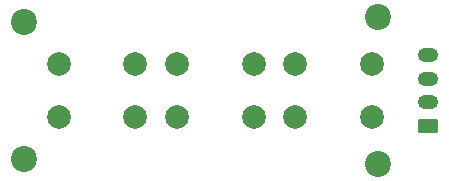
<source format=gts>
G04 #@! TF.GenerationSoftware,KiCad,Pcbnew,6.0.11-2627ca5db0~126~ubuntu22.04.1*
G04 #@! TF.CreationDate,2023-03-31T10:20:35-07:00*
G04 #@! TF.ProjectId,mini-button-pcb,6d696e69-2d62-4757-9474-6f6e2d706362,rev?*
G04 #@! TF.SameCoordinates,Original*
G04 #@! TF.FileFunction,Soldermask,Top*
G04 #@! TF.FilePolarity,Negative*
%FSLAX46Y46*%
G04 Gerber Fmt 4.6, Leading zero omitted, Abs format (unit mm)*
G04 Created by KiCad (PCBNEW 6.0.11-2627ca5db0~126~ubuntu22.04.1) date 2023-03-31 10:20:35*
%MOMM*%
%LPD*%
G01*
G04 APERTURE LIST*
G04 Aperture macros list*
%AMRoundRect*
0 Rectangle with rounded corners*
0 $1 Rounding radius*
0 $2 $3 $4 $5 $6 $7 $8 $9 X,Y pos of 4 corners*
0 Add a 4 corners polygon primitive as box body*
4,1,4,$2,$3,$4,$5,$6,$7,$8,$9,$2,$3,0*
0 Add four circle primitives for the rounded corners*
1,1,$1+$1,$2,$3*
1,1,$1+$1,$4,$5*
1,1,$1+$1,$6,$7*
1,1,$1+$1,$8,$9*
0 Add four rect primitives between the rounded corners*
20,1,$1+$1,$2,$3,$4,$5,0*
20,1,$1+$1,$4,$5,$6,$7,0*
20,1,$1+$1,$6,$7,$8,$9,0*
20,1,$1+$1,$8,$9,$2,$3,0*%
G04 Aperture macros list end*
%ADD10C,2.200000*%
%ADD11C,2.000000*%
%ADD12RoundRect,0.250000X0.625000X-0.350000X0.625000X0.350000X-0.625000X0.350000X-0.625000X-0.350000X0*%
%ADD13O,1.750000X1.200000*%
G04 APERTURE END LIST*
D10*
X113800000Y-71200000D03*
D11*
X116750000Y-74750000D03*
X123250000Y-74750000D03*
X116750000Y-79250000D03*
X123250000Y-79250000D03*
D12*
X148050000Y-80000000D03*
D13*
X148050000Y-78000000D03*
X148050000Y-76000000D03*
X148050000Y-74000000D03*
D11*
X136750000Y-74750000D03*
X143250000Y-74750000D03*
X136750000Y-79250000D03*
X143250000Y-79250000D03*
X126750000Y-74750000D03*
X133250000Y-74750000D03*
X133250000Y-79250000D03*
X126750000Y-79250000D03*
D10*
X113792000Y-82804000D03*
X143800000Y-83200000D03*
X143800000Y-70800000D03*
M02*

</source>
